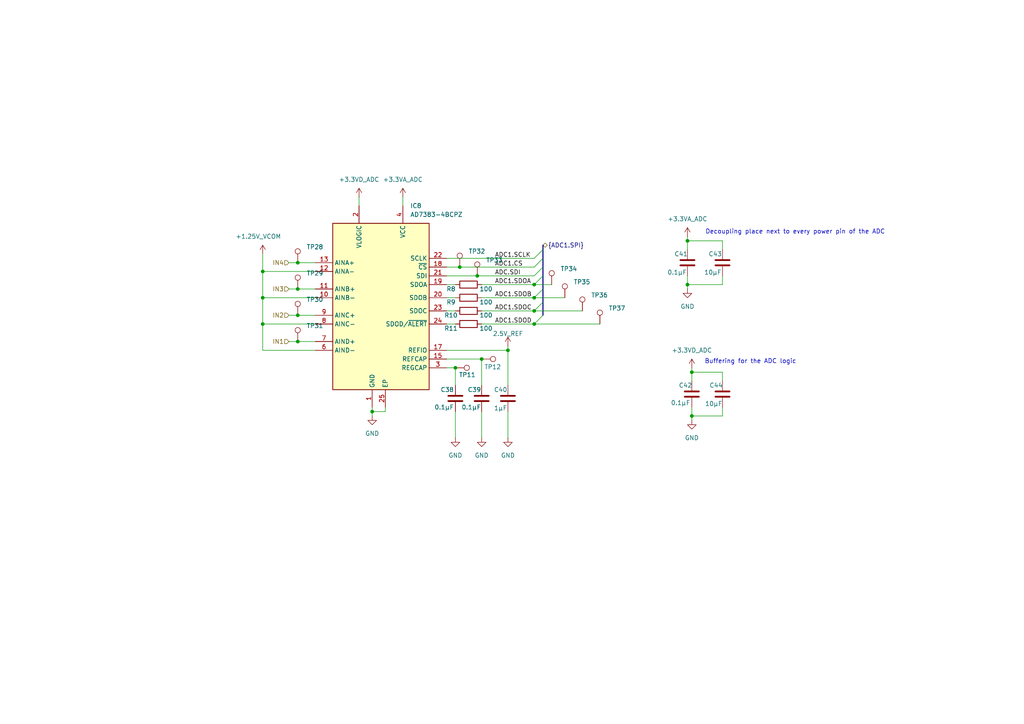
<source format=kicad_sch>
(kicad_sch (version 20250114) (generator "eeschema") (generator_version "9.0")
  (paper "A4")
  (lib_symbols
    (symbol "AD7383-4BCPZ_1"
      (property "Reference" "IC3" (at 25.0033 25.4 0))
      (property "Value" "AD7383-4BCPZ" (at 25.0033 22.86 0))
      (symbol "AD7383-4BCPZ_1_1_1"
        (rectangle (start 2.54 20.32) (end 30.48 -27.94) (stroke (width 0.254)) (fill (type background)))
        (pin passive line (at -2.54 8.89 0) (length 5.08) (name "AINA+") (number "13"))
        (pin passive line (at -2.54 6.35 0) (length 5.08) (name "AINA-") (number "12"))
        (pin passive line (at -2.54 1.27 0) (length 5.08) (name "AINB+") (number "11"))
        (pin passive line (at -2.54 -1.27 0) (length 5.08) (name "AINB-") (number "10"))
        (pin passive line (at -2.54 -6.35 0) (length 5.08) (name "AINC+") (number "9"))
        (pin passive line (at -2.54 -8.89 0) (length 5.08) (name "AINC-") (number "8"))
        (pin passive line (at -2.54 -13.97 0) (length 5.08) (name "AIND+") (number "7"))
        (pin passive line (at -2.54 -16.51 0) (length 5.08) (name "AIND-") (number "6"))
        (pin passive line (at 10.16 25.4 270) (length 5.08) (name "VLOGIC") (number "2"))
        (pin passive line (at 13.97 -33.02 90) (length 5.08) (name "GND") (number "1"))
        (pin passive line (at 13.97 -33.02 90) (length 5.08) (hide yes) (name "GND_3") (number "14"))
        (pin passive line (at 13.97 -33.02 90) (length 5.08) (hide yes) (name "GND_4") (number "16"))
        (pin passive line (at 13.97 -34.29 90) (length 5.08) (hide yes) (name "GND_2") (number "5"))
        (pin passive line (at 17.78 -33.02 90) (length 5.08) (name "EP") (number "25"))
        (pin passive line (at 22.86 25.4 270) (length 5.08) (name "VCC") (number "4"))
        (pin passive line (at 35.56 10.16 180) (length 5.08) (name "SCLK") (number "22"))
        (pin passive line (at 35.56 7.62 180) (length 5.08) (name "~{CS}") (number "18"))
        (pin passive line (at 35.56 5.08 180) (length 5.08) (name "SDI") (number "21"))
        (pin passive line (at 35.56 2.54 180) (length 5.08) (name "SDOA") (number "19"))
        (pin passive line (at 35.56 -1.27 180) (length 5.08) (name "SDOB") (number "20"))
        (pin passive line (at 35.56 -5.08 180) (length 5.08) (name "SDOC") (number "23"))
        (pin passive line (at 35.56 -8.89 180) (length 5.08) (name "SDOD/~{ALERT}") (number "24"))
        (pin passive line (at 35.56 -16.51 180) (length 5.08) (name "REFIO") (number "17"))
        (pin passive line (at 35.56 -19.05 180) (length 5.08) (name "REFCAP") (number "15"))
        (pin passive line (at 35.56 -21.59 180) (length 5.08) (name "REGCAP") (number "3"))
      )
    )
    (symbol "Connector:TestPoint" (pin_numbers (hide yes)) (pin_names (offset 0.762) (hide yes))
      (property "Reference" "TP" (at 0 6.858 0))
      (property "Value" "TestPoint" (at 0 5.08 0))
      (symbol "TestPoint_0_1"
        (circle (center 0 3.302) (radius 0.762))
      )
      (symbol "TestPoint_1_1"
        (pin passive line (at 0 0 90) (length 2.54) (name "1") (number "1"))
      )
    )
    (symbol "Device:C" (pin_numbers (hide yes)) (pin_names (offset 0.254))
      (property "Reference" "C" (at 0.635 2.54 0))
      (property "Value" "C" (at 0.635 -2.54 0))
      (symbol "C_0_1"
        (polyline (pts (xy -2.032 0.762) (xy 2.032 0.762)) (stroke (width 0.508)))
        (polyline (pts (xy -2.032 -0.762) (xy 2.032 -0.762)) (stroke (width 0.508)))
      )
      (symbol "C_1_1"
        (pin passive line (at 0 3.81 270) (length 2.794) (name "~") (number "1"))
        (pin passive line (at 0 -3.81 90) (length 2.794) (name "~") (number "2"))
      )
    )
    (symbol "Device:R" (pin_numbers (hide yes)) (pin_names (offset 0))
      (property "Reference" "R" (at 2.032 0 90))
      (property "Value" "R" (at 0 0 90))
      (symbol "R_0_1"
        (rectangle (start -1.016 -2.54) (end 1.016 2.54) (stroke (width 0.254)))
      )
      (symbol "R_1_1"
        (pin passive line (at 0 3.81 270) (length 1.27) (name "~") (number "1"))
        (pin passive line (at 0 -3.81 90) (length 1.27) (name "~") (number "2"))
      )
    )
    (symbol "power:+3.3V" (power) (pin_numbers (hide yes)) (pin_names (offset 0) (hide yes))
      (property "Value" "+3.3V" (at 0 3.556 0))
      (symbol "+3.3V_0_1"
        (polyline (pts (xy -0.762 1.27) (xy 0 2.54)))
        (polyline (pts (xy 0 2.54) (xy 0.762 1.27)))
        (polyline (pts (xy 0 0) (xy 0 2.54)))
      )
      (symbol "+3.3V_1_1"
        (pin power_in line (at 0 0 90) (length 0) (name "~") (number "1"))
      )
    )
    (symbol "power:GND" (power) (pin_numbers (hide yes)) (pin_names (offset 0) (hide yes))
      (property "Value" "GND" (at 0 -3.81 0))
      (symbol "GND_0_1"
        (polyline (pts (xy 0 0) (xy 0 -1.27) (xy 1.27 -1.27) (xy 0 -2.54) (xy -1.27 -1.27) (xy 0 -1.27)))
      )
      (symbol "GND_1_1"
        (pin power_in line (at 0 0 270) (length 0) (name "~") (number "1"))
      )
    )
  )
  (bus_alias "ADC1.SPI" (members "ADC1.SCLK" "ADC1.CS" "ADC.SDI" "ADC1.SDOA" "ADC1.SDOB" "ADC1.SDOC" "ADC1.SDOD"))
  (text "Buffering for the ADC logic" (at 217.678 104.902 0) (effects (font (size 1.27 1.27))))
  (text "Decoupling place next to every power pin of the ADC " (at 231.14 67.31 0) (effects (font (size 1.27 1.27))))
  (junction (at 86.36 91.44))
  (junction (at 86.36 99.06))
  (junction (at 200.66 107.95))
  (junction (at 147.32 101.6))
  (junction (at 133.35 77.47))
  (junction (at 138.43 80.01))
  (junction (at 76.2 93.98))
  (junction (at 199.39 82.55))
  (junction (at 154.94 86.36))
  (junction (at 199.39 69.85))
  (junction (at 200.66 120.65))
  (junction (at 154.94 90.17))
  (junction (at 76.2 86.36))
  (junction (at 139.7 104.14))
  (junction (at 154.94 93.98))
  (junction (at 154.94 82.55))
  (junction (at 86.36 83.82))
  (junction (at 107.95 119.38))
  (junction (at 76.2 78.74))
  (junction (at 132.08 106.68))
  (junction (at 86.36 76.2))
  (bus_entry (at 157.48 80.01) (size -2.54 2.54))
  (bus_entry (at 157.48 91.44) (size -2.54 2.54))
  (bus_entry (at 157.48 74.93) (size -2.54 2.54))
  (bus_entry (at 157.48 83.82) (size -2.54 2.54))
  (bus_entry (at 157.48 87.63) (size -2.54 2.54))
  (bus_entry (at 157.48 72.39) (size -2.54 2.54))
  (bus_entry (at 157.48 77.47) (size -2.54 2.54))
  (wire (pts (xy 132.08 106.68) (xy 132.08 111.76)))
  (wire (pts (xy 86.36 83.82) (xy 91.44 83.82)))
  (wire (pts (xy 199.39 82.55) (xy 199.39 83.82)))
  (wire (pts (xy 154.94 90.17) (xy 168.91 90.17)))
  (wire (pts (xy 111.76 119.38) (xy 107.95 119.38)))
  (wire (pts (xy 129.54 86.36) (xy 132.08 86.36)))
  (wire (pts (xy 154.94 82.55) (xy 160.02 82.55)))
  (wire (pts (xy 132.08 119.38) (xy 132.08 127)))
  (wire (pts (xy 209.55 120.65) (xy 209.55 118.11)))
  (wire (pts (xy 139.7 82.55) (xy 154.94 82.55)))
  (wire (pts (xy 86.36 99.06) (xy 91.44 99.06)))
  (bus (pts (xy 157.48 74.93) (xy 157.48 77.47)))
  (wire (pts (xy 139.7 104.14) (xy 139.7 111.76)))
  (wire (pts (xy 200.66 106.68) (xy 200.66 107.95)))
  (wire (pts (xy 139.7 86.36) (xy 154.94 86.36)))
  (wire (pts (xy 107.95 119.38) (xy 107.95 120.65)))
  (wire (pts (xy 76.2 101.6) (xy 76.2 93.98)))
  (wire (pts (xy 209.55 72.39) (xy 209.55 69.85)))
  (wire (pts (xy 199.39 82.55) (xy 209.55 82.55)))
  (wire (pts (xy 129.54 74.93) (xy 154.94 74.93)))
  (wire (pts (xy 133.35 77.47) (xy 154.94 77.47)))
  (wire (pts (xy 104.14 57.15) (xy 104.14 59.69)))
  (wire (pts (xy 76.2 86.36) (xy 76.2 78.74)))
  (wire (pts (xy 139.7 90.17) (xy 154.94 90.17)))
  (wire (pts (xy 147.32 101.6) (xy 147.32 111.76)))
  (bus (pts (xy 157.48 83.82) (xy 157.48 87.63)))
  (wire (pts (xy 139.7 93.98) (xy 154.94 93.98)))
  (wire (pts (xy 129.54 77.47) (xy 133.35 77.47)))
  (wire (pts (xy 147.32 119.38) (xy 147.32 127)))
  (wire (pts (xy 83.82 83.82) (xy 86.36 83.82)))
  (wire (pts (xy 111.76 118.11) (xy 111.76 119.38)))
  (wire (pts (xy 200.66 107.95) (xy 209.55 107.95)))
  (wire (pts (xy 154.94 93.98) (xy 173.99 93.98)))
  (bus (pts (xy 157.48 80.01) (xy 157.48 83.82)))
  (wire (pts (xy 129.54 90.17) (xy 132.08 90.17)))
  (wire (pts (xy 129.54 80.01) (xy 138.43 80.01)))
  (wire (pts (xy 129.54 82.55) (xy 132.08 82.55)))
  (wire (pts (xy 139.7 119.38) (xy 139.7 127)))
  (wire (pts (xy 199.39 69.85) (xy 209.55 69.85)))
  (bus (pts (xy 157.48 72.39) (xy 157.48 74.93)))
  (wire (pts (xy 91.44 76.2) (xy 86.36 76.2)))
  (wire (pts (xy 129.54 101.6) (xy 147.32 101.6)))
  (wire (pts (xy 138.43 80.01) (xy 154.94 80.01)))
  (wire (pts (xy 129.54 104.14) (xy 139.7 104.14)))
  (wire (pts (xy 76.2 78.74) (xy 91.44 78.74)))
  (wire (pts (xy 199.39 80.01) (xy 199.39 82.55)))
  (wire (pts (xy 209.55 80.01) (xy 209.55 82.55)))
  (wire (pts (xy 116.84 57.15) (xy 116.84 59.69)))
  (wire (pts (xy 76.2 78.74) (xy 76.2 73.66)))
  (wire (pts (xy 129.54 93.98) (xy 132.08 93.98)))
  (bus (pts (xy 157.48 87.63) (xy 157.48 91.44)))
  (wire (pts (xy 200.66 120.65) (xy 200.66 121.92)))
  (wire (pts (xy 200.66 120.65) (xy 209.55 120.65)))
  (wire (pts (xy 76.2 93.98) (xy 76.2 86.36)))
  (wire (pts (xy 76.2 86.36) (xy 91.44 86.36)))
  (wire (pts (xy 154.94 86.36) (xy 163.83 86.36)))
  (wire (pts (xy 147.32 100.33) (xy 147.32 101.6)))
  (wire (pts (xy 200.66 107.95) (xy 200.66 110.49)))
  (wire (pts (xy 83.82 91.44) (xy 86.36 91.44)))
  (wire (pts (xy 129.54 106.68) (xy 132.08 106.68)))
  (wire (pts (xy 86.36 91.44) (xy 91.44 91.44)))
  (wire (pts (xy 200.66 118.11) (xy 200.66 120.65)))
  (wire (pts (xy 83.82 99.06) (xy 86.36 99.06)))
  (wire (pts (xy 209.55 107.95) (xy 209.55 110.49)))
  (bus (pts (xy 157.48 71.12) (xy 157.48 72.39)))
  (wire (pts (xy 86.36 76.2) (xy 83.82 76.2)))
  (wire (pts (xy 76.2 101.6) (xy 91.44 101.6)))
  (wire (pts (xy 76.2 93.98) (xy 91.44 93.98)))
  (wire (pts (xy 199.39 69.85) (xy 199.39 72.39)))
  (wire (pts (xy 107.95 118.11) (xy 107.95 119.38)))
  (bus (pts (xy 157.48 77.47) (xy 157.48 80.01)))
  (wire (pts (xy 199.39 68.58) (xy 199.39 69.85)))
  (label "ADC1.SDOC" (at 143.51 90.17 0))
  (label "ADC1.CS" (at 143.51 77.47 0))
  (label "ADC.SDI" (at 143.51 80.01 0))
  (label "ADC1.SDOD" (at 143.51 93.98 0))
  (label "ADC1.SCLK" (at 143.51 74.93 0))
  (label "ADC1.SDOB" (at 143.51 86.36 0))
  (label "ADC1.SDOA" (at 143.51 82.55 0))
  (hierarchical_label "IN3" (shape input) (at 83.82 83.82 180))
  (hierarchical_label "IN4" (shape input) (at 83.82 76.2 180))
  (hierarchical_label "IN1" (shape input) (at 83.82 99.06 180))
  (hierarchical_label "IN2" (shape input) (at 83.82 91.44 180))
  (hierarchical_label "{ADC1.SPI}" (shape bidirectional) (at 157.48 71.12 0))
  (symbol (lib_id "power:GND") (at 199.39 83.82 0) (unit 1)
    (property "Reference" "#PWR073" (effects (hide yes)))
    (property "Value" "GND" (at 199.39 88.9 0))
    (property "Description" "Power symbol creates a global label with name \"GND\" , ground" (effects (hide yes)))
  )
  (symbol (lib_id "Connector:TestPoint") (at 173.99 93.98 0) (unit 1)
    (property "Reference" "TP37" (at 176.53 89.4079 0) (effects (justify left)))
    (property "Value" "TestPoint" (effects (hide yes)))
    (property "Footprint" "TestPoint:TestPoint_Keystone_5000-5004_Miniature" (effects (hide yes)))
    (property "Description" "test point" (effects (hide yes)))
  )
  (symbol (lib_id "Connector:TestPoint") (at 160.02 82.55 0) (unit 1)
    (property "Reference" "TP34" (at 162.56 77.9779 0) (effects (justify left)))
    (property "Value" "TestPoint" (effects (hide yes)))
    (property "Footprint" "TestPoint:TestPoint_Keystone_5000-5004_Miniature" (effects (hide yes)))
    (property "Description" "test point" (effects (hide yes)))
  )
  (symbol (lib_id "Connector:TestPoint") (at 133.35 77.47 0) (unit 1)
    (property "Reference" "TP32" (at 135.89 72.8979 0) (effects (justify left)))
    (property "Value" "TestPoint" (effects (hide yes)))
    (property "Footprint" "TestPoint:TestPoint_Keystone_5000-5004_Miniature" (effects (hide yes)))
    (property "Description" "test point" (effects (hide yes)))
  )
  (symbol (lib_id "power:+3.3V") (at 104.14 57.15 0) (unit 1)
    (property "Reference" "#PWR065" (effects (hide yes)))
    (property "Value" "+3.3VD_ADC" (at 104.14 52.07 0))
    (property "Description" "Power symbol creates a global label with name \"+3.3V\"" (effects (hide yes)))
  )
  (symbol (lib_id "power:+3.3V") (at 199.39 68.58 0) (unit 1)
    (property "Reference" "#PWR072" (effects (hide yes)))
    (property "Value" "+3.3VA_ADC" (at 199.39 63.5 0))
    (property "Description" "Power symbol creates a global label with name \"+3.3V\"" (effects (hide yes)))
  )
  (symbol (lib_id "Connector:TestPoint") (at 86.36 91.44 0) (unit 1)
    (property "Reference" "TP30" (at 88.9 86.8679 0) (effects (justify left)))
    (property "Value" "TestPoint" (effects (hide yes)))
    (property "Footprint" "TestPoint:TestPoint_Keystone_5000-5004_Miniature" (effects (hide yes)))
    (property "Description" "test point" (effects (hide yes)))
  )
  (symbol (lib_name "AD7383-4BCPZ_1") (lib_id "SamacSys_Parts:AD7383-4BCPZ") (at 93.98 85.09 0) (unit 1)
    (property "Reference" "IC8" (at 118.9833 59.69 0) (effects (justify left)))
    (property "Value" "AD7383-4BCPZ" (at 118.9833 62.23 0) (effects (justify left)))
    (property "Footprint" "SamacSys_Parts:QFN50P400X400X60-25N-D" (effects (hide yes)))
    (property "Datasheet" "https://www.analog.com/media/en/technical-documentation/data-sheets/ad7383-4-ad7384-4.pdf" (effects (hide yes)))
    (property "Height" "0.6" (effects (hide yes)))
    (property "Manufacturer_Name" "Analog Devices" (effects (hide yes)))
    (property "Manufacturer_Part_Number" "AD7383-4BCPZ" (effects (hide yes)))
    (property "Mouser Part Number" "584-AD7383-4BCPZ" (effects (hide yes)))
    (property "Mouser Price/Stock" "https://www.mouser.co.uk/ProductDetail/Analog-Devices/AD7383-4BCPZ?qs=ulEaXIWI0c%252BXVIfh9KuC9g%3D%3D" (effects (hide yes)))
  )
  (symbol (lib_id "Connector:TestPoint") (at 163.83 86.36 0) (unit 1)
    (property "Reference" "TP35" (at 166.37 81.7879 0) (effects (justify left)))
    (property "Value" "TestPoint" (effects (hide yes)))
    (property "Footprint" "TestPoint:TestPoint_Keystone_5000-5004_Miniature" (effects (hide yes)))
    (property "Description" "test point" (effects (hide yes)))
  )
  (symbol (lib_id "power:+3.3V") (at 147.32 100.33 0) (unit 1)
    (property "Reference" "#PWR070" (effects (hide yes)))
    (property "Value" "2.5V_REF" (at 147.32 96.774 0))
    (property "Description" "Power symbol creates a global label with name \"+3.3V\"" (effects (hide yes)))
  )
  (symbol (lib_id "Device:R") (at 135.89 93.98 90) (unit 1)
    (property "Reference" "R11" (at 130.81 95.25 90))
    (property "Value" "100" (at 140.97 95.25 90))
    (property "Footprint" "Resistor_SMD:R_0603_1608Metric" (effects (hide yes)))
    (property "Description" "Resistor" (effects (hide yes)))
  )
  (symbol (lib_id "power:GND") (at 200.66 121.92 0) (unit 1)
    (property "Reference" "#PWR075" (effects (hide yes)))
    (property "Value" "GND" (at 200.66 127 0))
    (property "Description" "Power symbol creates a global label with name \"GND\" , ground" (effects (hide yes)))
  )
  (symbol (lib_id "power:+3.3V") (at 76.2 73.66 0) (unit 1)
    (property "Reference" "#PWR064" (effects (hide yes)))
    (property "Value" "+1.25V_VCOM" (at 74.93 68.58 0))
    (property "Description" "Power symbol creates a global label with name \"+3.3V\"" (effects (hide yes)))
  )
  (symbol (lib_id "Device:R") (at 135.89 90.17 90) (unit 1)
    (property "Reference" "R10" (at 130.81 91.44 90))
    (property "Value" "100" (at 140.97 91.44 90))
    (property "Footprint" "Resistor_SMD:R_0603_1608Metric" (effects (hide yes)))
    (property "Description" "Resistor" (effects (hide yes)))
  )
  (symbol (lib_id "Connector:TestPoint") (at 86.36 99.06 0) (unit 1)
    (property "Reference" "TP31" (at 88.9 94.4879 0) (effects (justify left)))
    (property "Value" "TestPoint" (effects (hide yes)))
    (property "Footprint" "TestPoint:TestPoint_Keystone_5000-5004_Miniature" (effects (hide yes)))
    (property "Description" "test point" (effects (hide yes)))
  )
  (symbol (lib_id "Connector:TestPoint") (at 138.43 80.01 0) (unit 1)
    (property "Reference" "TP33" (at 140.97 75.4379 0) (effects (justify left)))
    (property "Value" "TestPoint" (effects (hide yes)))
    (property "Footprint" "TestPoint:TestPoint_Keystone_5000-5004_Miniature" (effects (hide yes)))
    (property "Description" "test point" (effects (hide yes)))
  )
  (symbol (lib_id "Device:C") (at 199.39 76.2 0) (unit 1)
    (property "Reference" "C41" (at 195.58 73.66 0) (effects (justify left)))
    (property "Value" "0.1µF" (at 193.548 78.994 0) (effects (justify left)))
    (property "Footprint" "Capacitor_SMD:C_0402_1005Metric" (effects (hide yes)))
    (property "Description" "Unpolarized capacitor" (effects (hide yes)))
  )
  (symbol (lib_id "Connector:TestPoint") (at 86.36 76.2 0) (unit 1)
    (property "Reference" "TP28" (at 88.9 71.6279 0) (effects (justify left)))
    (property "Value" "TestPoint" (effects (hide yes)))
    (property "Footprint" "TestPoint:TestPoint_Keystone_5000-5004_Miniature" (effects (hide yes)))
    (property "Description" "test point" (effects (hide yes)))
  )
  (symbol (lib_id "Device:C") (at 209.55 114.3 0) (unit 1)
    (property "Reference" "C44" (at 205.74 111.76 0) (effects (justify left)))
    (property "Value" "10µF" (at 204.47 117.094 0) (effects (justify left)))
    (property "Footprint" "Capacitor_SMD:C_0603_1608Metric" (effects (hide yes)))
    (property "Description" "Unpolarized capacitor" (effects (hide yes)))
  )
  (symbol (lib_id "Connector:TestPoint") (at 86.36 83.82 0) (unit 1)
    (property "Reference" "TP29" (at 88.9 79.2479 0) (effects (justify left)))
    (property "Value" "TestPoint" (effects (hide yes)))
    (property "Footprint" "TestPoint:TestPoint_Keystone_5000-5004_Miniature" (effects (hide yes)))
    (property "Description" "test point" (effects (hide yes)))
  )
  (symbol (lib_id "Connector:TestPoint") (at 168.91 90.17 0) (unit 1)
    (property "Reference" "TP36" (at 171.45 85.5979 0) (effects (justify left)))
    (property "Value" "TestPoint" (effects (hide yes)))
    (property "Footprint" "TestPoint:TestPoint_Keystone_5000-5004_Miniature" (effects (hide yes)))
    (property "Description" "test point" (effects (hide yes)))
  )
  (symbol (lib_id "Device:R") (at 135.89 82.55 90) (unit 1)
    (property "Reference" "R8" (at 130.81 83.82 90))
    (property "Value" "100" (at 140.97 83.82 90))
    (property "Footprint" "Resistor_SMD:R_0603_1608Metric" (effects (hide yes)))
    (property "Description" "Resistor" (effects (hide yes)))
  )
  (symbol (lib_id "Connector:TestPoint") (at 132.08 106.68 270) (unit 1)
    (property "Reference" "TP11" (at 133.096 108.712 90) (effects (justify left)))
    (property "Value" "TestPoint" (effects (hide yes)))
    (property "Footprint" "TestPoint:TestPoint_Keystone_5000-5004_Miniature" (effects (hide yes)))
    (property "Description" "test point" (effects (hide yes)))
  )
  (symbol (lib_id "power:GND") (at 139.7 127 0) (unit 1)
    (property "Reference" "#PWR069" (effects (hide yes)))
    (property "Value" "GND" (at 139.7 132.08 0))
    (property "Description" "Power symbol creates a global label with name \"GND\" , ground" (effects (hide yes)))
  )
  (symbol (lib_id "Device:C") (at 147.32 115.57 0) (unit 1)
    (property "Reference" "C40" (at 143.256 113.03 0) (effects (justify left)))
    (property "Value" "1µF" (at 143.256 118.364 0) (effects (justify left)))
    (property "Footprint" "Capacitor_SMD:C_0603_1608Metric" (effects (hide yes)))
    (property "Description" "Unpolarized capacitor" (effects (hide yes)))
  )
  (symbol (lib_id "Connector:TestPoint") (at 139.7 104.14 270) (unit 1)
    (property "Reference" "TP12" (at 140.462 106.426 90) (effects (justify left)))
    (property "Value" "TestPoint" (effects (hide yes)))
    (property "Footprint" "TestPoint:TestPoint_Keystone_5000-5004_Miniature" (effects (hide yes)))
    (property "Description" "test point" (effects (hide yes)))
  )
  (symbol (lib_id "Device:C") (at 200.66 114.3 0) (unit 1)
    (property "Reference" "C42" (at 196.85 111.76 0) (effects (justify left)))
    (property "Value" "0.1µF" (at 194.564 116.84 0) (effects (justify left)))
    (property "Footprint" "Capacitor_SMD:C_0402_1005Metric" (effects (hide yes)))
    (property "Description" "Unpolarized capacitor" (effects (hide yes)))
  )
  (symbol (lib_id "power:GND") (at 132.08 127 0) (unit 1)
    (property "Reference" "#PWR068" (effects (hide yes)))
    (property "Value" "GND" (at 132.08 132.08 0))
    (property "Description" "Power symbol creates a global label with name \"GND\" , ground" (effects (hide yes)))
  )
  (symbol (lib_id "power:+3.3V") (at 116.84 57.15 0) (unit 1)
    (property "Reference" "#PWR067" (effects (hide yes)))
    (property "Value" "+3.3VA_ADC" (at 116.84 52.07 0))
    (property "Description" "Power symbol creates a global label with name \"+3.3V\"" (effects (hide yes)))
  )
  (symbol (lib_id "Device:C") (at 209.55 76.2 0) (unit 1)
    (property "Reference" "C43" (at 205.486 73.66 0) (effects (justify left)))
    (property "Value" "10µF" (at 204.216 78.994 0) (effects (justify left)))
    (property "Footprint" "Capacitor_SMD:C_0603_1608Metric" (effects (hide yes)))
    (property "Description" "Unpolarized capacitor" (effects (hide yes)))
  )
  (symbol (lib_id "power:+3.3V") (at 200.66 106.68 0) (unit 1)
    (property "Reference" "#PWR074" (effects (hide yes)))
    (property "Value" "+3.3VD_ADC" (at 200.66 101.6 0))
    (property "Description" "Power symbol creates a global label with name \"+3.3V\"" (effects (hide yes)))
  )
  (symbol (lib_id "power:GND") (at 107.95 120.65 0) (unit 1)
    (property "Reference" "#PWR066" (effects (hide yes)))
    (property "Value" "GND" (at 107.95 125.73 0))
    (property "Description" "Power symbol creates a global label with name \"GND\" , ground" (effects (hide yes)))
  )
  (symbol (lib_id "Device:R") (at 135.89 86.36 90) (unit 1)
    (property "Reference" "R9" (at 130.81 87.63 90))
    (property "Value" "100" (at 140.97 87.63 90))
    (property "Footprint" "Resistor_SMD:R_0603_1608Metric" (effects (hide yes)))
    (property "Description" "Resistor" (effects (hide yes)))
  )
  (symbol (lib_id "Device:C") (at 139.7 115.57 0) (unit 1)
    (property "Reference" "C39" (at 135.636 113.03 0) (effects (justify left)))
    (property "Value" "0.1µF" (at 133.858 118.11 0) (effects (justify left)))
    (property "Footprint" "Capacitor_SMD:C_0402_1005Metric" (effects (hide yes)))
    (property "Description" "Unpolarized capacitor" (effects (hide yes)))
  )
  (symbol (lib_id "Device:C") (at 132.08 115.57 0) (unit 1)
    (property "Reference" "C38" (at 127.762 113.03 0) (effects (justify left)))
    (property "Value" "0.1µF" (at 125.984 118.11 0) (effects (justify left)))
    (property "Footprint" "Capacitor_SMD:C_0402_1005Metric" (effects (hide yes)))
    (property "Description" "Unpolarized capacitor" (effects (hide yes)))
  )
  (symbol (lib_id "power:GND") (at 147.32 127 0) (unit 1)
    (property "Reference" "#PWR071" (effects (hide yes)))
    (property "Value" "GND" (at 147.32 132.08 0))
    (property "Description" "Power symbol creates a global label with name \"GND\" , ground" (effects (hide yes)))
  )
)
</source>
